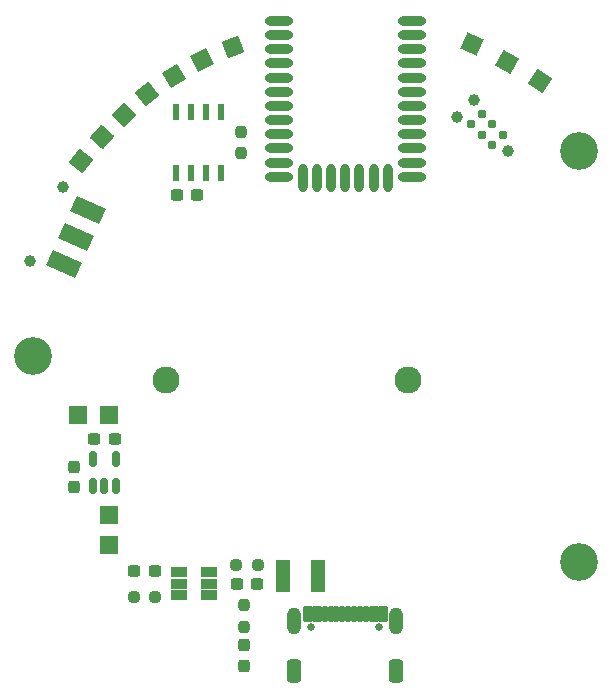
<source format=gbs>
%TF.GenerationSoftware,KiCad,Pcbnew,8.0.0*%
%TF.CreationDate,2024-03-14T21:51:16+01:00*%
%TF.ProjectId,BAT2024,42415432-3032-4342-9e6b-696361645f70,1.0*%
%TF.SameCoordinates,Original*%
%TF.FileFunction,Soldermask,Bot*%
%TF.FilePolarity,Negative*%
%FSLAX46Y46*%
G04 Gerber Fmt 4.6, Leading zero omitted, Abs format (unit mm)*
G04 Created by KiCad (PCBNEW 8.0.0) date 2024-03-14 21:51:16*
%MOMM*%
%LPD*%
G01*
G04 APERTURE LIST*
G04 Aperture macros list*
%AMRoundRect*
0 Rectangle with rounded corners*
0 $1 Rounding radius*
0 $2 $3 $4 $5 $6 $7 $8 $9 X,Y pos of 4 corners*
0 Add a 4 corners polygon primitive as box body*
4,1,4,$2,$3,$4,$5,$6,$7,$8,$9,$2,$3,0*
0 Add four circle primitives for the rounded corners*
1,1,$1+$1,$2,$3*
1,1,$1+$1,$4,$5*
1,1,$1+$1,$6,$7*
1,1,$1+$1,$8,$9*
0 Add four rect primitives between the rounded corners*
20,1,$1+$1,$2,$3,$4,$5,0*
20,1,$1+$1,$4,$5,$6,$7,0*
20,1,$1+$1,$6,$7,$8,$9,0*
20,1,$1+$1,$8,$9,$2,$3,0*%
%AMRotRect*
0 Rectangle, with rotation*
0 The origin of the aperture is its center*
0 $1 length*
0 $2 width*
0 $3 Rotation angle, in degrees counterclockwise*
0 Add horizontal line*
21,1,$1,$2,0,0,$3*%
G04 Aperture macros list end*
%ADD10C,2.280000*%
%ADD11C,3.200000*%
%ADD12RoundRect,0.150000X0.150000X-0.512500X0.150000X0.512500X-0.150000X0.512500X-0.150000X-0.512500X0*%
%ADD13RoundRect,0.237500X0.300000X0.237500X-0.300000X0.237500X-0.300000X-0.237500X0.300000X-0.237500X0*%
%ADD14R,1.500000X1.500000*%
%ADD15RoundRect,0.237500X0.237500X-0.300000X0.237500X0.300000X-0.237500X0.300000X-0.237500X-0.300000X0*%
%ADD16RoundRect,0.237500X0.237500X-0.287500X0.237500X0.287500X-0.237500X0.287500X-0.237500X-0.287500X0*%
%ADD17RoundRect,0.237500X-0.250000X-0.237500X0.250000X-0.237500X0.250000X0.237500X-0.250000X0.237500X0*%
%ADD18RotRect,1.500000X1.500000X201.000000*%
%ADD19O,2.400000X0.800000*%
%ADD20O,0.800000X2.400000*%
%ADD21RoundRect,0.237500X0.250000X0.237500X-0.250000X0.237500X-0.250000X-0.237500X0.250000X-0.237500X0*%
%ADD22RotRect,1.500000X1.500000X223.000000*%
%ADD23RotRect,1.500000X1.500000X218.000000*%
%ADD24RotRect,1.500000X1.500000X206.000000*%
%ADD25RoundRect,0.237500X-0.300000X-0.237500X0.300000X-0.237500X0.300000X0.237500X-0.300000X0.237500X0*%
%ADD26RotRect,1.500000X1.500000X147.000000*%
%ADD27RoundRect,0.237500X-0.237500X0.250000X-0.237500X-0.250000X0.237500X-0.250000X0.237500X0.250000X0*%
%ADD28RotRect,1.500000X1.500000X156.000000*%
%ADD29RoundRect,0.054880X0.652120X0.337120X-0.652120X0.337120X-0.652120X-0.337120X0.652120X-0.337120X0*%
%ADD30RotRect,1.500000X1.500000X211.000000*%
%ADD31C,1.000000*%
%ADD32RoundRect,0.102000X0.897890X-1.056548X1.385974X0.039706X-0.897890X1.056548X-1.385974X-0.039706X0*%
%ADD33C,0.990600*%
%ADD34C,0.787400*%
%ADD35RoundRect,0.237500X0.237500X-0.250000X0.237500X0.250000X-0.237500X0.250000X-0.237500X-0.250000X0*%
%ADD36R,0.600000X1.325000*%
%ADD37R,1.180000X2.810000*%
%ADD38RotRect,1.500000X1.500000X228.000000*%
%ADD39RotRect,1.500000X1.500000X151.000000*%
%ADD40RotRect,1.500000X1.500000X232.000000*%
%ADD41C,0.650000*%
%ADD42RoundRect,0.102000X0.300000X0.575000X-0.300000X0.575000X-0.300000X-0.575000X0.300000X-0.575000X0*%
%ADD43RoundRect,0.102000X0.150000X0.575000X-0.150000X0.575000X-0.150000X-0.575000X0.150000X-0.575000X0*%
%ADD44O,1.204000X2.304000*%
%ADD45RoundRect,0.301000X0.301000X0.701000X-0.301000X0.701000X-0.301000X-0.701000X0.301000X-0.701000X0*%
G04 APERTURE END LIST*
D10*
%TO.C,H1*%
X119518000Y-59328000D03*
X99028000Y-59328000D03*
%TD*%
D11*
%TO.C,H2*%
X134028000Y-39928000D03*
%TD*%
D12*
%TO.C,U1*%
X94778000Y-68328000D03*
X93828000Y-68328000D03*
X92878000Y-68328000D03*
X92878000Y-66053000D03*
X94778000Y-66053000D03*
%TD*%
D13*
%TO.C,C8*%
X94690500Y-64328000D03*
X92965500Y-64328000D03*
%TD*%
%TO.C,C10*%
X101690500Y-43628000D03*
X99965500Y-43628000D03*
%TD*%
D14*
%TO.C,TP6*%
X91628000Y-62328000D03*
%TD*%
D15*
%TO.C,C7*%
X91228000Y-68390500D03*
X91228000Y-66665500D03*
%TD*%
D14*
%TO.C,TP2*%
X94228000Y-70728000D03*
%TD*%
D16*
%TO.C,D1*%
X105628000Y-83558000D03*
X105628000Y-81808000D03*
%TD*%
D17*
%TO.C,R4*%
X105015500Y-74978000D03*
X106840500Y-74978000D03*
%TD*%
D18*
%TO.C,TP8*%
X104696504Y-31104761D03*
%TD*%
D19*
%TO.C,IC1*%
X119878000Y-28928000D03*
X119878000Y-30128000D03*
X119878000Y-31328000D03*
X119878000Y-32528000D03*
X119878000Y-33728000D03*
X119878000Y-34928000D03*
X119878000Y-36128000D03*
X119878000Y-37328000D03*
X119878000Y-38528000D03*
X119878000Y-39728000D03*
X119878000Y-40928000D03*
X119878000Y-42128000D03*
D20*
X117828000Y-42228000D03*
X116628000Y-42228000D03*
X115428000Y-42228000D03*
X114228000Y-42228000D03*
X113028000Y-42228000D03*
X111828000Y-42228000D03*
X110628000Y-42228000D03*
D19*
X108578000Y-42128000D03*
X108578000Y-40928000D03*
X108578000Y-39728000D03*
X108578000Y-38528000D03*
X108578000Y-37328000D03*
X108578000Y-36128000D03*
X108578000Y-34928000D03*
X108578000Y-33728000D03*
X108578000Y-32528000D03*
X108578000Y-31328000D03*
X108578000Y-30128000D03*
X108578000Y-28928000D03*
%TD*%
D11*
%TO.C,H4*%
X134028000Y-74728000D03*
%TD*%
D21*
%TO.C,R5*%
X98133000Y-77740500D03*
X96308000Y-77740500D03*
%TD*%
D22*
%TO.C,TP10*%
X95495654Y-36866216D03*
%TD*%
D23*
%TO.C,TP12*%
X97465681Y-35131569D03*
%TD*%
D24*
%TO.C,TP7*%
X102116098Y-32249969D03*
%TD*%
D25*
%TO.C,C6*%
X105065500Y-76590500D03*
X106790500Y-76590500D03*
%TD*%
D26*
%TO.C,TP4*%
X130703615Y-34041567D03*
%TD*%
D27*
%TO.C,R6*%
X105428000Y-38315500D03*
X105428000Y-40140500D03*
%TD*%
D11*
%TO.C,H3*%
X87828000Y-57328000D03*
%TD*%
D28*
%TO.C,TP14*%
X124924104Y-30898760D03*
%TD*%
D29*
%TO.C,U2*%
X102683000Y-75628000D03*
X102683000Y-76578000D03*
X102683000Y-77528000D03*
X100173000Y-77528000D03*
X100173000Y-76578000D03*
X100173000Y-75628000D03*
%TD*%
D30*
%TO.C,TP5*%
X99739151Y-33591657D03*
%TD*%
D31*
%TO.C,S1*%
X87545095Y-49234055D03*
X90310905Y-43021945D03*
D32*
X90423407Y-49530389D03*
X91440250Y-47246526D03*
X92457092Y-44962662D03*
%TD*%
D33*
%TO.C,J1*%
X128024051Y-39924051D03*
X123713528Y-37050369D03*
X125150369Y-35613528D03*
D34*
X126677013Y-39475038D03*
X127575038Y-38577013D03*
X125778987Y-38577013D03*
X126677013Y-37678987D03*
X124880962Y-37678987D03*
X125778987Y-36780962D03*
%TD*%
D14*
%TO.C,TP3*%
X94228000Y-62328000D03*
%TD*%
D35*
%TO.C,R3*%
X105628000Y-80240500D03*
X105628000Y-78415500D03*
%TD*%
D36*
%TO.C,IC2*%
X103733000Y-41840000D03*
X102463000Y-41840000D03*
X101193000Y-41840000D03*
X99923000Y-41840000D03*
X99923000Y-36616000D03*
X101193000Y-36616000D03*
X102463000Y-36616000D03*
X103733000Y-36616000D03*
%TD*%
D37*
%TO.C,F1*%
X111913000Y-75928000D03*
X108943000Y-75928000D03*
%TD*%
D38*
%TO.C,TP9*%
X93629103Y-38799085D03*
%TD*%
D39*
%TO.C,TP13*%
X127928272Y-32387038D03*
%TD*%
D13*
%TO.C,C5*%
X98083000Y-75540500D03*
X96358000Y-75540500D03*
%TD*%
D14*
%TO.C,TP1*%
X94228000Y-73328000D03*
%TD*%
D40*
%TO.C,TP11*%
X91864282Y-40830195D03*
%TD*%
D41*
%TO.C,J2*%
X117118000Y-80248000D03*
X111338000Y-80248000D03*
D42*
X117428000Y-79173000D03*
X116628000Y-79173000D03*
D43*
X115478000Y-79173000D03*
X114478000Y-79173000D03*
X113978000Y-79173000D03*
X112978000Y-79173000D03*
D42*
X111028000Y-79173000D03*
X111828000Y-79173000D03*
D43*
X112478000Y-79173000D03*
X113478000Y-79173000D03*
X114978000Y-79173000D03*
X115978000Y-79173000D03*
D44*
X118548000Y-79748000D03*
X109908000Y-79748000D03*
D45*
X118548000Y-83928000D03*
X109908000Y-83928000D03*
%TD*%
M02*

</source>
